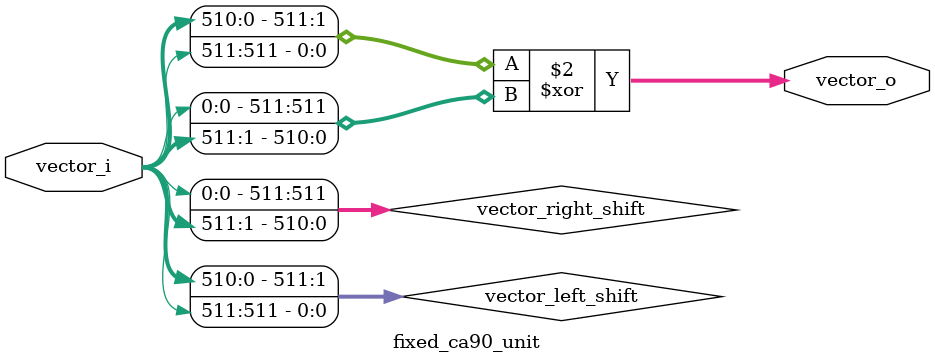
<source format=sv>

module fixed_ca90_unit #(
  parameter int unsigned Dimension = 512,
  parameter int unsigned ShiftAmt  = 1
)(
  // Inputs
  input  logic [ Dimension-1:0] vector_i,
  // Outputs
  output logic [ Dimension-1:0] vector_o
);

  //---------------------------
  // Wires
  //---------------------------
  logic [Dimension-1:0] vector_left_shift;
  logic [Dimension-1:0] vector_right_shift;

  //---------------------------
  // CA90 Logic
  //---------------------------
  always_comb begin
    vector_left_shift  = {
      vector_i[(Dimension-ShiftAmt)-1:0],
      vector_i[Dimension-1:(Dimension-ShiftAmt)]
    };
    vector_right_shift = {
      vector_i[ShiftAmt-1:0],
      vector_i[Dimension-1:ShiftAmt]
    };
    vector_o = vector_left_shift ^ vector_right_shift;
  end




endmodule

</source>
